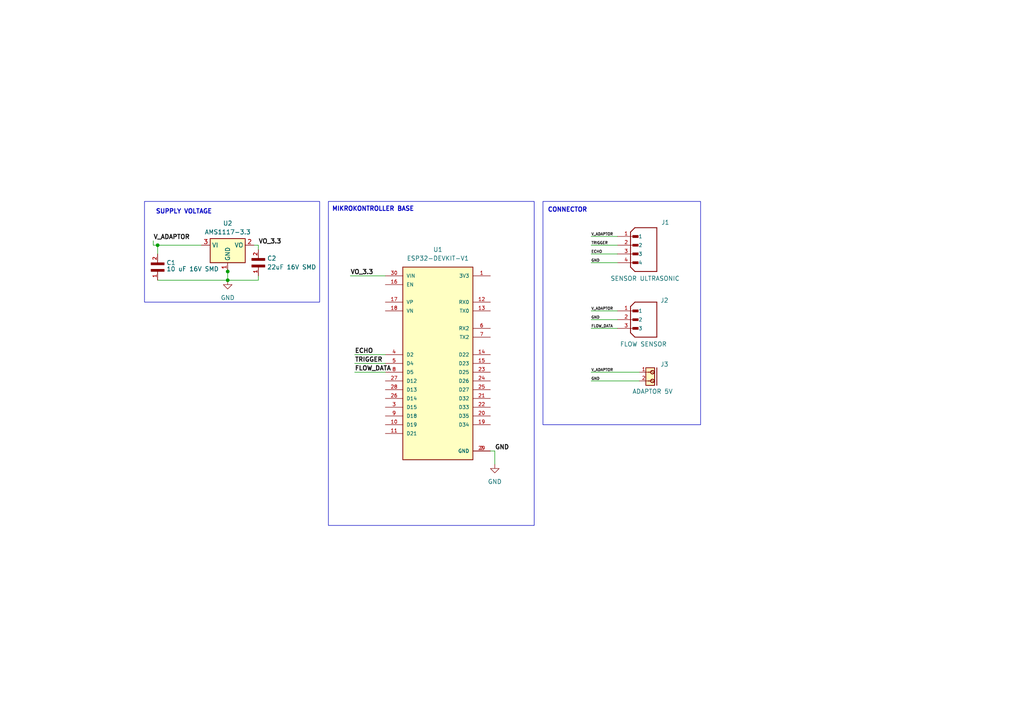
<source format=kicad_sch>
(kicad_sch
	(version 20231120)
	(generator "eeschema")
	(generator_version "8.0")
	(uuid "5fc8787c-4eb5-45bb-84a1-58213f6bdb06")
	(paper "A4")
	(lib_symbols
		(symbol "B3B-XH-A:B3B-XH-A"
			(pin_names
				(offset 1.016)
			)
			(exclude_from_sim no)
			(in_bom yes)
			(on_board yes)
			(property "Reference" "J"
				(at -2.54 6.35 0)
				(effects
					(font
						(size 1.27 1.27)
					)
					(justify left bottom)
				)
			)
			(property "Value" "B3B-XH-A"
				(at -2.54 -7.62 0)
				(effects
					(font
						(size 1.27 1.27)
					)
					(justify left bottom)
				)
			)
			(property "Footprint" "JST_B3B-XH-A"
				(at 0 0 0)
				(effects
					(font
						(size 1.27 1.27)
					)
					(justify left bottom)
					(hide yes)
				)
			)
			(property "Datasheet" ""
				(at 0 0 0)
				(effects
					(font
						(size 1.27 1.27)
					)
					(justify left bottom)
					(hide yes)
				)
			)
			(property "Description" ""
				(at 0 0 0)
				(effects
					(font
						(size 1.27 1.27)
					)
					(hide yes)
				)
			)
			(property "MF" "JST Sales"
				(at 0 0 0)
				(effects
					(font
						(size 1.27 1.27)
					)
					(justify left bottom)
					(hide yes)
				)
			)
			(property "MAXIMUM_PACKAGE_HEIGHT" "7.00 mm"
				(at 0 0 0)
				(effects
					(font
						(size 1.27 1.27)
					)
					(justify left bottom)
					(hide yes)
				)
			)
			(property "Package" "None"
				(at 0 0 0)
				(effects
					(font
						(size 1.27 1.27)
					)
					(justify left bottom)
					(hide yes)
				)
			)
			(property "Price" "None"
				(at 0 0 0)
				(effects
					(font
						(size 1.27 1.27)
					)
					(justify left bottom)
					(hide yes)
				)
			)
			(property "Check_prices" "https://www.snapeda.com/parts/B3B-XH-A/JST+Sales+America+Inc./view-part/?ref=eda"
				(at 0 0 0)
				(effects
					(font
						(size 1.27 1.27)
					)
					(justify left bottom)
					(hide yes)
				)
			)
			(property "STANDARD" "Manufacturer Recommendations"
				(at 0 0 0)
				(effects
					(font
						(size 1.27 1.27)
					)
					(justify left bottom)
					(hide yes)
				)
			)
			(property "PARTREV" "7/4/21"
				(at 0 0 0)
				(effects
					(font
						(size 1.27 1.27)
					)
					(justify left bottom)
					(hide yes)
				)
			)
			(property "SnapEDA_Link" "https://www.snapeda.com/parts/B3B-XH-A/JST+Sales+America+Inc./view-part/?ref=snap"
				(at 0 0 0)
				(effects
					(font
						(size 1.27 1.27)
					)
					(justify left bottom)
					(hide yes)
				)
			)
			(property "MP" "B3B-XH-A"
				(at 0 0 0)
				(effects
					(font
						(size 1.27 1.27)
					)
					(justify left bottom)
					(hide yes)
				)
			)
			(property "Description_1" "\\nConnector Header Through Hole 3 position 0.098 (2.50mm)\\n"
				(at 0 0 0)
				(effects
					(font
						(size 1.27 1.27)
					)
					(justify left bottom)
					(hide yes)
				)
			)
			(property "Availability" "In Stock"
				(at 0 0 0)
				(effects
					(font
						(size 1.27 1.27)
					)
					(justify left bottom)
					(hide yes)
				)
			)
			(property "MANUFACTURER" "JST Sales America Inc."
				(at 0 0 0)
				(effects
					(font
						(size 1.27 1.27)
					)
					(justify left bottom)
					(hide yes)
				)
			)
			(property "ki_locked" ""
				(at 0 0 0)
				(effects
					(font
						(size 1.27 1.27)
					)
				)
			)
			(symbol "B3B-XH-A_0_0"
				(rectangle
					(start -3.175 -2.8448)
					(end -1.5748 -2.2098)
					(stroke
						(width 0)
						(type solid)
					)
					(fill
						(type outline)
					)
				)
				(rectangle
					(start -3.175 -0.3048)
					(end -1.5748 0.3048)
					(stroke
						(width 0)
						(type solid)
					)
					(fill
						(type outline)
					)
				)
				(rectangle
					(start -3.175 2.2098)
					(end -1.5748 2.8448)
					(stroke
						(width 0)
						(type solid)
					)
					(fill
						(type outline)
					)
				)
				(polyline
					(pts
						(xy -3.81 -3.81) (xy -2.54 -5.08)
					)
					(stroke
						(width 0.254)
						(type solid)
					)
					(fill
						(type none)
					)
				)
				(polyline
					(pts
						(xy -3.81 3.81) (xy -3.81 -3.81)
					)
					(stroke
						(width 0.254)
						(type solid)
					)
					(fill
						(type none)
					)
				)
				(polyline
					(pts
						(xy -3.81 3.81) (xy -2.54 5.08)
					)
					(stroke
						(width 0.254)
						(type solid)
					)
					(fill
						(type none)
					)
				)
				(polyline
					(pts
						(xy -2.54 -5.08) (xy 3.81 -5.08)
					)
					(stroke
						(width 0.254)
						(type solid)
					)
					(fill
						(type none)
					)
				)
				(polyline
					(pts
						(xy 3.81 -5.08) (xy 3.81 5.08)
					)
					(stroke
						(width 0.254)
						(type solid)
					)
					(fill
						(type none)
					)
				)
				(polyline
					(pts
						(xy 3.81 5.08) (xy -2.54 5.08)
					)
					(stroke
						(width 0.254)
						(type solid)
					)
					(fill
						(type none)
					)
				)
				(pin passive line
					(at -7.62 2.54 0)
					(length 5.08)
					(name "1"
						(effects
							(font
								(size 1.016 1.016)
							)
						)
					)
					(number "1"
						(effects
							(font
								(size 1.016 1.016)
							)
						)
					)
				)
				(pin passive line
					(at -7.62 0 0)
					(length 5.08)
					(name "2"
						(effects
							(font
								(size 1.016 1.016)
							)
						)
					)
					(number "2"
						(effects
							(font
								(size 1.016 1.016)
							)
						)
					)
				)
				(pin passive line
					(at -7.62 -2.54 0)
					(length 5.08)
					(name "3"
						(effects
							(font
								(size 1.016 1.016)
							)
						)
					)
					(number "3"
						(effects
							(font
								(size 1.016 1.016)
							)
						)
					)
				)
			)
		)
		(symbol "Capacitor 10uf SMD:GCM31CR71C106KA64K"
			(pin_names
				(offset 1.016) hide)
			(exclude_from_sim no)
			(in_bom yes)
			(on_board yes)
			(property "Reference" "C"
				(at 0 3.81 0)
				(effects
					(font
						(size 1.27 1.27)
					)
					(justify left bottom)
				)
			)
			(property "Value" "GCM31CR71C106KA64K"
				(at 0 -5.08 0)
				(effects
					(font
						(size 1.27 1.27)
					)
					(justify left bottom)
				)
			)
			(property "Footprint" "CAPC3216X180N"
				(at 0 0 0)
				(effects
					(font
						(size 1.27 1.27)
					)
					(justify left bottom)
					(hide yes)
				)
			)
			(property "Datasheet" ""
				(at 0 0 0)
				(effects
					(font
						(size 1.27 1.27)
					)
					(justify left bottom)
					(hide yes)
				)
			)
			(property "Description" ""
				(at 0 0 0)
				(effects
					(font
						(size 1.27 1.27)
					)
					(hide yes)
				)
			)
			(property "MF" "Murata Electronics"
				(at 0 0 0)
				(effects
					(font
						(size 1.27 1.27)
					)
					(justify left bottom)
					(hide yes)
				)
			)
			(property "Description_1" "\\nCap Ceramic 10uF 16V X7R 10% Pad SMD 1206 125°C Automotive T/R\\n"
				(at 0 0 0)
				(effects
					(font
						(size 1.27 1.27)
					)
					(justify left bottom)
					(hide yes)
				)
			)
			(property "Package" "3216 Murata"
				(at 0 0 0)
				(effects
					(font
						(size 1.27 1.27)
					)
					(justify left bottom)
					(hide yes)
				)
			)
			(property "Price" "None"
				(at 0 0 0)
				(effects
					(font
						(size 1.27 1.27)
					)
					(justify left bottom)
					(hide yes)
				)
			)
			(property "SnapEDA_Link" "https://www.snapeda.com/parts/GCM31CR71C106KA64K/Murata+Electronics+North+America/view-part/?ref=snap"
				(at 0 0 0)
				(effects
					(font
						(size 1.27 1.27)
					)
					(justify left bottom)
					(hide yes)
				)
			)
			(property "MP" "GCM31CR71C106KA64K"
				(at 0 0 0)
				(effects
					(font
						(size 1.27 1.27)
					)
					(justify left bottom)
					(hide yes)
				)
			)
			(property "Availability" "In Stock"
				(at 0 0 0)
				(effects
					(font
						(size 1.27 1.27)
					)
					(justify left bottom)
					(hide yes)
				)
			)
			(property "Check_prices" "https://www.snapeda.com/parts/GCM31CR71C106KA64K/Murata+Electronics+North+America/view-part/?ref=eda"
				(at 0 0 0)
				(effects
					(font
						(size 1.27 1.27)
					)
					(justify left bottom)
					(hide yes)
				)
			)
			(property "ki_locked" ""
				(at 0 0 0)
				(effects
					(font
						(size 1.27 1.27)
					)
				)
			)
			(symbol "GCM31CR71C106KA64K_0_0"
				(rectangle
					(start 0 -1.905)
					(end 0.635 1.905)
					(stroke
						(width 0)
						(type solid)
					)
					(fill
						(type outline)
					)
				)
				(rectangle
					(start 1.905 -1.905)
					(end 2.54 1.905)
					(stroke
						(width 0)
						(type solid)
					)
					(fill
						(type outline)
					)
				)
				(pin passive line
					(at -2.54 0 0)
					(length 2.54)
					(name "~"
						(effects
							(font
								(size 1.016 1.016)
							)
						)
					)
					(number "1"
						(effects
							(font
								(size 1.016 1.016)
							)
						)
					)
				)
				(pin passive line
					(at 5.08 0 180)
					(length 2.54)
					(name "~"
						(effects
							(font
								(size 1.016 1.016)
							)
						)
					)
					(number "2"
						(effects
							(font
								(size 1.016 1.016)
							)
						)
					)
				)
			)
		)
		(symbol "Capacitor 22uf SMD:GRM32ER71C226KEA8L"
			(pin_names
				(offset 1.016) hide)
			(exclude_from_sim no)
			(in_bom yes)
			(on_board yes)
			(property "Reference" "C"
				(at 0 3.81 0)
				(effects
					(font
						(size 1.27 1.27)
					)
					(justify left bottom)
				)
			)
			(property "Value" "GRM32ER71C226KEA8L"
				(at 0 -5.08 0)
				(effects
					(font
						(size 1.27 1.27)
					)
					(justify left bottom)
				)
			)
			(property "Footprint" "CAPC3225X270N"
				(at 0 0 0)
				(effects
					(font
						(size 1.27 1.27)
					)
					(justify left bottom)
					(hide yes)
				)
			)
			(property "Datasheet" ""
				(at 0 0 0)
				(effects
					(font
						(size 1.27 1.27)
					)
					(justify left bottom)
					(hide yes)
				)
			)
			(property "Description" ""
				(at 0 0 0)
				(effects
					(font
						(size 1.27 1.27)
					)
					(hide yes)
				)
			)
			(property "MF" "Murata"
				(at 0 0 0)
				(effects
					(font
						(size 1.27 1.27)
					)
					(justify left bottom)
					(hide yes)
				)
			)
			(property "Description_1" "\\nSMD capacitor X7R(EIA) with capacitance 22uF Tol.10%. Rated voltage 16Vdc 125C\\n"
				(at 0 0 0)
				(effects
					(font
						(size 1.27 1.27)
					)
					(justify left bottom)
					(hide yes)
				)
			)
			(property "Package" "3225 Murata"
				(at 0 0 0)
				(effects
					(font
						(size 1.27 1.27)
					)
					(justify left bottom)
					(hide yes)
				)
			)
			(property "Price" "None"
				(at 0 0 0)
				(effects
					(font
						(size 1.27 1.27)
					)
					(justify left bottom)
					(hide yes)
				)
			)
			(property "SnapEDA_Link" "https://www.snapeda.com/parts/GRM32ER71C226KEA8L/Murata/view-part/?ref=snap"
				(at 0 0 0)
				(effects
					(font
						(size 1.27 1.27)
					)
					(justify left bottom)
					(hide yes)
				)
			)
			(property "MP" "GRM32ER71C226KEA8L"
				(at 0 0 0)
				(effects
					(font
						(size 1.27 1.27)
					)
					(justify left bottom)
					(hide yes)
				)
			)
			(property "Purchase-URL" "https://www.snapeda.com/api/url_track_click_mouser/?unipart_id=1797050&manufacturer=Murata&part_name=GRM32ER71C226KEA8L&search_term=22 uf"
				(at 0 0 0)
				(effects
					(font
						(size 1.27 1.27)
					)
					(justify left bottom)
					(hide yes)
				)
			)
			(property "Availability" "In Stock"
				(at 0 0 0)
				(effects
					(font
						(size 1.27 1.27)
					)
					(justify left bottom)
					(hide yes)
				)
			)
			(property "Check_prices" "https://www.snapeda.com/parts/GRM32ER71C226KEA8L/Murata/view-part/?ref=eda"
				(at 0 0 0)
				(effects
					(font
						(size 1.27 1.27)
					)
					(justify left bottom)
					(hide yes)
				)
			)
			(property "ki_locked" ""
				(at 0 0 0)
				(effects
					(font
						(size 1.27 1.27)
					)
				)
			)
			(symbol "GRM32ER71C226KEA8L_0_0"
				(rectangle
					(start 0 -1.905)
					(end 0.635 1.905)
					(stroke
						(width 0)
						(type solid)
					)
					(fill
						(type outline)
					)
				)
				(rectangle
					(start 1.905 -1.905)
					(end 2.54 1.905)
					(stroke
						(width 0)
						(type solid)
					)
					(fill
						(type outline)
					)
				)
				(pin passive line
					(at -2.54 0 0)
					(length 2.54)
					(name "~"
						(effects
							(font
								(size 1.016 1.016)
							)
						)
					)
					(number "1"
						(effects
							(font
								(size 1.016 1.016)
							)
						)
					)
				)
				(pin passive line
					(at 5.08 0 180)
					(length 2.54)
					(name "~"
						(effects
							(font
								(size 1.016 1.016)
							)
						)
					)
					(number "2"
						(effects
							(font
								(size 1.016 1.016)
							)
						)
					)
				)
			)
		)
		(symbol "Connector 4 pin jst:B4B-XH-A_LF__SN_"
			(pin_names
				(offset 1.016)
			)
			(exclude_from_sim no)
			(in_bom yes)
			(on_board yes)
			(property "Reference" "J"
				(at -2.54 6.35 0)
				(effects
					(font
						(size 1.27 1.27)
					)
					(justify left bottom)
				)
			)
			(property "Value" "B4B-XH-A_LF__SN_"
				(at -2.54 -10.16 0)
				(effects
					(font
						(size 1.27 1.27)
					)
					(justify left bottom)
				)
			)
			(property "Footprint" "JST_B4B-XH-A_LF__SN_"
				(at 0 0 0)
				(effects
					(font
						(size 1.27 1.27)
					)
					(justify left bottom)
					(hide yes)
				)
			)
			(property "Datasheet" ""
				(at 0 0 0)
				(effects
					(font
						(size 1.27 1.27)
					)
					(justify left bottom)
					(hide yes)
				)
			)
			(property "Description" ""
				(at 0 0 0)
				(effects
					(font
						(size 1.27 1.27)
					)
					(hide yes)
				)
			)
			(property "MF" "JST Sales America Inc."
				(at 0 0 0)
				(effects
					(font
						(size 1.27 1.27)
					)
					(justify left bottom)
					(hide yes)
				)
			)
			(property "MAXIMUM_PACKAGE_HEIGHT" "7.00 mm"
				(at 0 0 0)
				(effects
					(font
						(size 1.27 1.27)
					)
					(justify left bottom)
					(hide yes)
				)
			)
			(property "Package" "None"
				(at 0 0 0)
				(effects
					(font
						(size 1.27 1.27)
					)
					(justify left bottom)
					(hide yes)
				)
			)
			(property "Price" "None"
				(at 0 0 0)
				(effects
					(font
						(size 1.27 1.27)
					)
					(justify left bottom)
					(hide yes)
				)
			)
			(property "Check_prices" "https://www.snapeda.com/parts/B4B-XH-A(LF)(SN)/JST+Sales+America+Inc./view-part/?ref=eda"
				(at 0 0 0)
				(effects
					(font
						(size 1.27 1.27)
					)
					(justify left bottom)
					(hide yes)
				)
			)
			(property "STANDARD" "Manufacturer Recommendations"
				(at 0 0 0)
				(effects
					(font
						(size 1.27 1.27)
					)
					(justify left bottom)
					(hide yes)
				)
			)
			(property "PARTREV" "7/4/21"
				(at 0 0 0)
				(effects
					(font
						(size 1.27 1.27)
					)
					(justify left bottom)
					(hide yes)
				)
			)
			(property "SnapEDA_Link" "https://www.snapeda.com/parts/B4B-XH-A(LF)(SN)/JST+Sales+America+Inc./view-part/?ref=snap"
				(at 0 0 0)
				(effects
					(font
						(size 1.27 1.27)
					)
					(justify left bottom)
					(hide yes)
				)
			)
			(property "MP" "B4B-XH-A(LF)(SN)"
				(at 0 0 0)
				(effects
					(font
						(size 1.27 1.27)
					)
					(justify left bottom)
					(hide yes)
				)
			)
			(property "Purchase-URL" "https://www.snapeda.com/api/url_track_click_mouser/?unipart_id=6650679&manufacturer=JST Sales America Inc.&part_name=B4B-XH-A(LF)(SN)&search_term=None"
				(at 0 0 0)
				(effects
					(font
						(size 1.27 1.27)
					)
					(justify left bottom)
					(hide yes)
				)
			)
			(property "Description_1" "\\nConnector Header Through Hole 4 position 0.098 (2.50mm)\\n"
				(at 0 0 0)
				(effects
					(font
						(size 1.27 1.27)
					)
					(justify left bottom)
					(hide yes)
				)
			)
			(property "Availability" "In Stock"
				(at 0 0 0)
				(effects
					(font
						(size 1.27 1.27)
					)
					(justify left bottom)
					(hide yes)
				)
			)
			(property "MANUFACTURER" "JST"
				(at 0 0 0)
				(effects
					(font
						(size 1.27 1.27)
					)
					(justify left bottom)
					(hide yes)
				)
			)
			(property "ki_locked" ""
				(at 0 0 0)
				(effects
					(font
						(size 1.27 1.27)
					)
				)
			)
			(symbol "B4B-XH-A_LF__SN__0_0"
				(rectangle
					(start -3.175 -5.3848)
					(end -1.5748 -4.7498)
					(stroke
						(width 0)
						(type solid)
					)
					(fill
						(type outline)
					)
				)
				(rectangle
					(start -3.175 -2.8448)
					(end -1.5748 -2.2098)
					(stroke
						(width 0)
						(type solid)
					)
					(fill
						(type outline)
					)
				)
				(rectangle
					(start -3.175 -0.3048)
					(end -1.5748 0.3048)
					(stroke
						(width 0)
						(type solid)
					)
					(fill
						(type outline)
					)
				)
				(rectangle
					(start -3.175 2.2098)
					(end -1.5748 2.8448)
					(stroke
						(width 0)
						(type solid)
					)
					(fill
						(type outline)
					)
				)
				(polyline
					(pts
						(xy -3.81 -6.35) (xy -2.54 -7.62)
					)
					(stroke
						(width 0.254)
						(type solid)
					)
					(fill
						(type none)
					)
				)
				(polyline
					(pts
						(xy -3.81 3.81) (xy -3.81 -6.35)
					)
					(stroke
						(width 0.254)
						(type solid)
					)
					(fill
						(type none)
					)
				)
				(polyline
					(pts
						(xy -3.81 3.81) (xy -2.54 5.08)
					)
					(stroke
						(width 0.254)
						(type solid)
					)
					(fill
						(type none)
					)
				)
				(polyline
					(pts
						(xy -2.54 -7.62) (xy 3.81 -7.62)
					)
					(stroke
						(width 0.254)
						(type solid)
					)
					(fill
						(type none)
					)
				)
				(polyline
					(pts
						(xy 3.81 -7.62) (xy 3.81 5.08)
					)
					(stroke
						(width 0.254)
						(type solid)
					)
					(fill
						(type none)
					)
				)
				(polyline
					(pts
						(xy 3.81 5.08) (xy -2.54 5.08)
					)
					(stroke
						(width 0.254)
						(type solid)
					)
					(fill
						(type none)
					)
				)
				(pin passive line
					(at -7.62 2.54 0)
					(length 5.08)
					(name "1"
						(effects
							(font
								(size 1.016 1.016)
							)
						)
					)
					(number "1"
						(effects
							(font
								(size 1.016 1.016)
							)
						)
					)
				)
				(pin passive line
					(at -7.62 0 0)
					(length 5.08)
					(name "2"
						(effects
							(font
								(size 1.016 1.016)
							)
						)
					)
					(number "2"
						(effects
							(font
								(size 1.016 1.016)
							)
						)
					)
				)
				(pin passive line
					(at -7.62 -2.54 0)
					(length 5.08)
					(name "3"
						(effects
							(font
								(size 1.016 1.016)
							)
						)
					)
					(number "3"
						(effects
							(font
								(size 1.016 1.016)
							)
						)
					)
				)
				(pin passive line
					(at -7.62 -5.08 0)
					(length 5.08)
					(name "4"
						(effects
							(font
								(size 1.016 1.016)
							)
						)
					)
					(number "4"
						(effects
							(font
								(size 1.016 1.016)
							)
						)
					)
				)
			)
		)
		(symbol "ESP32-DEVKIT-V1:ESP32-DEVKIT-V1"
			(pin_names
				(offset 1.016)
			)
			(exclude_from_sim no)
			(in_bom yes)
			(on_board yes)
			(property "Reference" "U"
				(at -10.16 30.48 0)
				(effects
					(font
						(size 1.27 1.27)
					)
					(justify left bottom)
				)
			)
			(property "Value" "ESP32-DEVKIT-V1"
				(at -10.16 -30.48 0)
				(effects
					(font
						(size 1.27 1.27)
					)
					(justify left bottom)
				)
			)
			(property "Footprint" "MODULE_ESP32_DEVKIT_V1"
				(at 0 0 0)
				(effects
					(font
						(size 1.27 1.27)
					)
					(justify left bottom)
					(hide yes)
				)
			)
			(property "Datasheet" ""
				(at 0 0 0)
				(effects
					(font
						(size 1.27 1.27)
					)
					(justify left bottom)
					(hide yes)
				)
			)
			(property "Description" ""
				(at 0 0 0)
				(effects
					(font
						(size 1.27 1.27)
					)
					(hide yes)
				)
			)
			(property "MF" "Do it"
				(at 0 0 0)
				(effects
					(font
						(size 1.27 1.27)
					)
					(justify left bottom)
					(hide yes)
				)
			)
			(property "MAXIMUM_PACKAGE_HEIGHT" "6.8 mm"
				(at 0 0 0)
				(effects
					(font
						(size 1.27 1.27)
					)
					(justify left bottom)
					(hide yes)
				)
			)
			(property "Package" "None"
				(at 0 0 0)
				(effects
					(font
						(size 1.27 1.27)
					)
					(justify left bottom)
					(hide yes)
				)
			)
			(property "Price" "None"
				(at 0 0 0)
				(effects
					(font
						(size 1.27 1.27)
					)
					(justify left bottom)
					(hide yes)
				)
			)
			(property "Check_prices" "https://www.snapeda.com/parts/ESP32-DEVKIT-V1/Do+it/view-part/?ref=eda"
				(at 0 0 0)
				(effects
					(font
						(size 1.27 1.27)
					)
					(justify left bottom)
					(hide yes)
				)
			)
			(property "STANDARD" "Manufacturer Recommendations"
				(at 0 0 0)
				(effects
					(font
						(size 1.27 1.27)
					)
					(justify left bottom)
					(hide yes)
				)
			)
			(property "PARTREV" "N/A"
				(at 0 0 0)
				(effects
					(font
						(size 1.27 1.27)
					)
					(justify left bottom)
					(hide yes)
				)
			)
			(property "SnapEDA_Link" "https://www.snapeda.com/parts/ESP32-DEVKIT-V1/Do+it/view-part/?ref=snap"
				(at 0 0 0)
				(effects
					(font
						(size 1.27 1.27)
					)
					(justify left bottom)
					(hide yes)
				)
			)
			(property "MP" "ESP32-DEVKIT-V1"
				(at 0 0 0)
				(effects
					(font
						(size 1.27 1.27)
					)
					(justify left bottom)
					(hide yes)
				)
			)
			(property "Description_1" "\\nDual core, Wi-Fi: 2.4 GHz up to 150 Mbits/s,BLE (Bluetooth Low Energy) and legacy Bluetooth, 32 bits, Up to 240 MHz\\n"
				(at 0 0 0)
				(effects
					(font
						(size 1.27 1.27)
					)
					(justify left bottom)
					(hide yes)
				)
			)
			(property "Availability" "Not in stock"
				(at 0 0 0)
				(effects
					(font
						(size 1.27 1.27)
					)
					(justify left bottom)
					(hide yes)
				)
			)
			(property "MANUFACTURER" "DOIT"
				(at 0 0 0)
				(effects
					(font
						(size 1.27 1.27)
					)
					(justify left bottom)
					(hide yes)
				)
			)
			(property "ki_locked" ""
				(at 0 0 0)
				(effects
					(font
						(size 1.27 1.27)
					)
				)
			)
			(symbol "ESP32-DEVKIT-V1_0_0"
				(rectangle
					(start -10.16 -27.94)
					(end 10.16 27.94)
					(stroke
						(width 0.254)
						(type solid)
					)
					(fill
						(type background)
					)
				)
				(pin output line
					(at 15.24 25.4 180)
					(length 5.08)
					(name "3V3"
						(effects
							(font
								(size 1.016 1.016)
							)
						)
					)
					(number "1"
						(effects
							(font
								(size 1.016 1.016)
							)
						)
					)
				)
				(pin bidirectional line
					(at -15.24 -17.78 0)
					(length 5.08)
					(name "D19"
						(effects
							(font
								(size 1.016 1.016)
							)
						)
					)
					(number "10"
						(effects
							(font
								(size 1.016 1.016)
							)
						)
					)
				)
				(pin bidirectional line
					(at -15.24 -20.32 0)
					(length 5.08)
					(name "D21"
						(effects
							(font
								(size 1.016 1.016)
							)
						)
					)
					(number "11"
						(effects
							(font
								(size 1.016 1.016)
							)
						)
					)
				)
				(pin input line
					(at 15.24 17.78 180)
					(length 5.08)
					(name "RX0"
						(effects
							(font
								(size 1.016 1.016)
							)
						)
					)
					(number "12"
						(effects
							(font
								(size 1.016 1.016)
							)
						)
					)
				)
				(pin output line
					(at 15.24 15.24 180)
					(length 5.08)
					(name "TX0"
						(effects
							(font
								(size 1.016 1.016)
							)
						)
					)
					(number "13"
						(effects
							(font
								(size 1.016 1.016)
							)
						)
					)
				)
				(pin bidirectional line
					(at 15.24 2.54 180)
					(length 5.08)
					(name "D22"
						(effects
							(font
								(size 1.016 1.016)
							)
						)
					)
					(number "14"
						(effects
							(font
								(size 1.016 1.016)
							)
						)
					)
				)
				(pin bidirectional line
					(at 15.24 0 180)
					(length 5.08)
					(name "D23"
						(effects
							(font
								(size 1.016 1.016)
							)
						)
					)
					(number "15"
						(effects
							(font
								(size 1.016 1.016)
							)
						)
					)
				)
				(pin input line
					(at -15.24 22.86 0)
					(length 5.08)
					(name "EN"
						(effects
							(font
								(size 1.016 1.016)
							)
						)
					)
					(number "16"
						(effects
							(font
								(size 1.016 1.016)
							)
						)
					)
				)
				(pin bidirectional line
					(at -15.24 17.78 0)
					(length 5.08)
					(name "VP"
						(effects
							(font
								(size 1.016 1.016)
							)
						)
					)
					(number "17"
						(effects
							(font
								(size 1.016 1.016)
							)
						)
					)
				)
				(pin bidirectional line
					(at -15.24 15.24 0)
					(length 5.08)
					(name "VN"
						(effects
							(font
								(size 1.016 1.016)
							)
						)
					)
					(number "18"
						(effects
							(font
								(size 1.016 1.016)
							)
						)
					)
				)
				(pin bidirectional line
					(at 15.24 -17.78 180)
					(length 5.08)
					(name "D34"
						(effects
							(font
								(size 1.016 1.016)
							)
						)
					)
					(number "19"
						(effects
							(font
								(size 1.016 1.016)
							)
						)
					)
				)
				(pin power_in line
					(at 15.24 -25.4 180)
					(length 5.08)
					(name "GND"
						(effects
							(font
								(size 1.016 1.016)
							)
						)
					)
					(number "2"
						(effects
							(font
								(size 1.016 1.016)
							)
						)
					)
				)
				(pin bidirectional line
					(at 15.24 -15.24 180)
					(length 5.08)
					(name "D35"
						(effects
							(font
								(size 1.016 1.016)
							)
						)
					)
					(number "20"
						(effects
							(font
								(size 1.016 1.016)
							)
						)
					)
				)
				(pin bidirectional line
					(at 15.24 -10.16 180)
					(length 5.08)
					(name "D32"
						(effects
							(font
								(size 1.016 1.016)
							)
						)
					)
					(number "21"
						(effects
							(font
								(size 1.016 1.016)
							)
						)
					)
				)
				(pin bidirectional line
					(at 15.24 -12.7 180)
					(length 5.08)
					(name "D33"
						(effects
							(font
								(size 1.016 1.016)
							)
						)
					)
					(number "22"
						(effects
							(font
								(size 1.016 1.016)
							)
						)
					)
				)
				(pin bidirectional line
					(at 15.24 -2.54 180)
					(length 5.08)
					(name "D25"
						(effects
							(font
								(size 1.016 1.016)
							)
						)
					)
					(number "23"
						(effects
							(font
								(size 1.016 1.016)
							)
						)
					)
				)
				(pin bidirectional line
					(at 15.24 -5.08 180)
					(length 5.08)
					(name "D26"
						(effects
							(font
								(size 1.016 1.016)
							)
						)
					)
					(number "24"
						(effects
							(font
								(size 1.016 1.016)
							)
						)
					)
				)
				(pin bidirectional line
					(at 15.24 -7.62 180)
					(length 5.08)
					(name "D27"
						(effects
							(font
								(size 1.016 1.016)
							)
						)
					)
					(number "25"
						(effects
							(font
								(size 1.016 1.016)
							)
						)
					)
				)
				(pin bidirectional line
					(at -15.24 -10.16 0)
					(length 5.08)
					(name "D14"
						(effects
							(font
								(size 1.016 1.016)
							)
						)
					)
					(number "26"
						(effects
							(font
								(size 1.016 1.016)
							)
						)
					)
				)
				(pin bidirectional line
					(at -15.24 -5.08 0)
					(length 5.08)
					(name "D12"
						(effects
							(font
								(size 1.016 1.016)
							)
						)
					)
					(number "27"
						(effects
							(font
								(size 1.016 1.016)
							)
						)
					)
				)
				(pin bidirectional line
					(at -15.24 -7.62 0)
					(length 5.08)
					(name "D13"
						(effects
							(font
								(size 1.016 1.016)
							)
						)
					)
					(number "28"
						(effects
							(font
								(size 1.016 1.016)
							)
						)
					)
				)
				(pin power_in line
					(at 15.24 -25.4 180)
					(length 5.08)
					(name "GND"
						(effects
							(font
								(size 1.016 1.016)
							)
						)
					)
					(number "29"
						(effects
							(font
								(size 1.016 1.016)
							)
						)
					)
				)
				(pin bidirectional line
					(at -15.24 -12.7 0)
					(length 5.08)
					(name "D15"
						(effects
							(font
								(size 1.016 1.016)
							)
						)
					)
					(number "3"
						(effects
							(font
								(size 1.016 1.016)
							)
						)
					)
				)
				(pin input line
					(at -15.24 25.4 0)
					(length 5.08)
					(name "VIN"
						(effects
							(font
								(size 1.016 1.016)
							)
						)
					)
					(number "30"
						(effects
							(font
								(size 1.016 1.016)
							)
						)
					)
				)
				(pin bidirectional line
					(at -15.24 2.54 0)
					(length 5.08)
					(name "D2"
						(effects
							(font
								(size 1.016 1.016)
							)
						)
					)
					(number "4"
						(effects
							(font
								(size 1.016 1.016)
							)
						)
					)
				)
				(pin bidirectional line
					(at -15.24 0 0)
					(length 5.08)
					(name "D4"
						(effects
							(font
								(size 1.016 1.016)
							)
						)
					)
					(number "5"
						(effects
							(font
								(size 1.016 1.016)
							)
						)
					)
				)
				(pin input line
					(at 15.24 10.16 180)
					(length 5.08)
					(name "RX2"
						(effects
							(font
								(size 1.016 1.016)
							)
						)
					)
					(number "6"
						(effects
							(font
								(size 1.016 1.016)
							)
						)
					)
				)
				(pin output line
					(at 15.24 7.62 180)
					(length 5.08)
					(name "TX2"
						(effects
							(font
								(size 1.016 1.016)
							)
						)
					)
					(number "7"
						(effects
							(font
								(size 1.016 1.016)
							)
						)
					)
				)
				(pin bidirectional line
					(at -15.24 -2.54 0)
					(length 5.08)
					(name "D5"
						(effects
							(font
								(size 1.016 1.016)
							)
						)
					)
					(number "8"
						(effects
							(font
								(size 1.016 1.016)
							)
						)
					)
				)
				(pin bidirectional line
					(at -15.24 -15.24 0)
					(length 5.08)
					(name "D18"
						(effects
							(font
								(size 1.016 1.016)
							)
						)
					)
					(number "9"
						(effects
							(font
								(size 1.016 1.016)
							)
						)
					)
				)
			)
		)
		(symbol "Regulator_Linear:AMS1117-3.3"
			(exclude_from_sim no)
			(in_bom yes)
			(on_board yes)
			(property "Reference" "U"
				(at -3.81 3.175 0)
				(effects
					(font
						(size 1.27 1.27)
					)
				)
			)
			(property "Value" "AMS1117-3.3"
				(at 0 3.175 0)
				(effects
					(font
						(size 1.27 1.27)
					)
					(justify left)
				)
			)
			(property "Footprint" "Package_TO_SOT_SMD:SOT-223-3_TabPin2"
				(at 0 5.08 0)
				(effects
					(font
						(size 1.27 1.27)
					)
					(hide yes)
				)
			)
			(property "Datasheet" "http://www.advanced-monolithic.com/pdf/ds1117.pdf"
				(at 2.54 -6.35 0)
				(effects
					(font
						(size 1.27 1.27)
					)
					(hide yes)
				)
			)
			(property "Description" "1A Low Dropout regulator, positive, 3.3V fixed output, SOT-223"
				(at 0 0 0)
				(effects
					(font
						(size 1.27 1.27)
					)
					(hide yes)
				)
			)
			(property "ki_keywords" "linear regulator ldo fixed positive"
				(at 0 0 0)
				(effects
					(font
						(size 1.27 1.27)
					)
					(hide yes)
				)
			)
			(property "ki_fp_filters" "SOT?223*TabPin2*"
				(at 0 0 0)
				(effects
					(font
						(size 1.27 1.27)
					)
					(hide yes)
				)
			)
			(symbol "AMS1117-3.3_0_1"
				(rectangle
					(start -5.08 -5.08)
					(end 5.08 1.905)
					(stroke
						(width 0.254)
						(type default)
					)
					(fill
						(type background)
					)
				)
			)
			(symbol "AMS1117-3.3_1_1"
				(pin power_in line
					(at 0 -7.62 90)
					(length 2.54)
					(name "GND"
						(effects
							(font
								(size 1.27 1.27)
							)
						)
					)
					(number "1"
						(effects
							(font
								(size 1.27 1.27)
							)
						)
					)
				)
				(pin power_out line
					(at 7.62 0 180)
					(length 2.54)
					(name "VO"
						(effects
							(font
								(size 1.27 1.27)
							)
						)
					)
					(number "2"
						(effects
							(font
								(size 1.27 1.27)
							)
						)
					)
				)
				(pin power_in line
					(at -7.62 0 0)
					(length 2.54)
					(name "VI"
						(effects
							(font
								(size 1.27 1.27)
							)
						)
					)
					(number "3"
						(effects
							(font
								(size 1.27 1.27)
							)
						)
					)
				)
			)
		)
		(symbol "Terminal Blok 2 pin:691213510002"
			(pin_names
				(offset 1.016) hide)
			(exclude_from_sim no)
			(in_bom yes)
			(on_board yes)
			(property "Reference" "J"
				(at -4.8768 -0.9144 0)
				(effects
					(font
						(size 1.27 1.27)
					)
					(justify left bottom)
				)
			)
			(property "Value" "691213510002"
				(at -4.826 -2.5908 0)
				(effects
					(font
						(size 1.27 1.27)
					)
					(justify left bottom)
				)
			)
			(property "Footprint" "691213510002"
				(at 0 0 0)
				(effects
					(font
						(size 1.27 1.27)
					)
					(justify left bottom)
					(hide yes)
				)
			)
			(property "Datasheet" ""
				(at 0 0 0)
				(effects
					(font
						(size 1.27 1.27)
					)
					(justify left bottom)
					(hide yes)
				)
			)
			(property "Description" ""
				(at 0 0 0)
				(effects
					(font
						(size 1.27 1.27)
					)
					(hide yes)
				)
			)
			(property "WIRE" "14 to 30 (AWG) 2.08 to 0.0509 (mm²)"
				(at 0 0 0)
				(effects
					(font
						(size 1.27 1.27)
					)
					(justify left bottom)
					(hide yes)
				)
			)
			(property "Description_1" "\\n2 Position Wire to Board Terminal Block Horizontal with Board 0.200 (5.08mm) Through Hole\\n"
				(at 0 0 0)
				(effects
					(font
						(size 1.27 1.27)
					)
					(justify left bottom)
					(hide yes)
				)
			)
			(property "Package" "None"
				(at 0 0 0)
				(effects
					(font
						(size 1.27 1.27)
					)
					(justify left bottom)
					(hide yes)
				)
			)
			(property "Purchase-URL" "https://www.snapeda.com/api/url_track_click_mouser/?unipart_id=4479147&manufacturer=Würth Elektronik&part_name=691213510002&search_term=terminal blok 2 pin"
				(at 0 0 0)
				(effects
					(font
						(size 1.27 1.27)
					)
					(justify left bottom)
					(hide yes)
				)
			)
			(property "Price" "None"
				(at 0 0 0)
				(effects
					(font
						(size 1.27 1.27)
					)
					(justify left bottom)
					(hide yes)
				)
			)
			(property "IR-VDE" "14A"
				(at 0 0 0)
				(effects
					(font
						(size 1.27 1.27)
					)
					(justify left bottom)
					(hide yes)
				)
			)
			(property "IR-UL" "14A"
				(at 0 0 0)
				(effects
					(font
						(size 1.27 1.27)
					)
					(justify left bottom)
					(hide yes)
				)
			)
			(property "SnapEDA_Link" "https://www.snapeda.com/parts/691213510002/Wurth+Elektronik/view-part/?ref=snap"
				(at 0 0 0)
				(effects
					(font
						(size 1.27 1.27)
					)
					(justify left bottom)
					(hide yes)
				)
			)
			(property "WORKING-VOLTAGE-UL" "300V (AC)"
				(at 0 0 0)
				(effects
					(font
						(size 1.27 1.27)
					)
					(justify left bottom)
					(hide yes)
				)
			)
			(property "PART-NUMBER" "691213510002"
				(at 0 0 0)
				(effects
					(font
						(size 1.27 1.27)
					)
					(justify left bottom)
					(hide yes)
				)
			)
			(property "MF" "Würth Elektronik"
				(at 0 0 0)
				(effects
					(font
						(size 1.27 1.27)
					)
					(justify left bottom)
					(hide yes)
				)
			)
			(property "MP" "691213510002"
				(at 0 0 0)
				(effects
					(font
						(size 1.27 1.27)
					)
					(justify left bottom)
					(hide yes)
				)
			)
			(property "PITCH" "5.08mm"
				(at 0 0 0)
				(effects
					(font
						(size 1.27 1.27)
					)
					(justify left bottom)
					(hide yes)
				)
			)
			(property "PINS" "2"
				(at 0 0 0)
				(effects
					(font
						(size 1.27 1.27)
					)
					(justify left bottom)
					(hide yes)
				)
			)
			(property "WORKING-VOLTAGE-VDE" "250V (AC)"
				(at 0 0 0)
				(effects
					(font
						(size 1.27 1.27)
					)
					(justify left bottom)
					(hide yes)
				)
			)
			(property "TYPE" "Horizontal"
				(at 0 0 0)
				(effects
					(font
						(size 1.27 1.27)
					)
					(justify left bottom)
					(hide yes)
				)
			)
			(property "Availability" "In Stock"
				(at 0 0 0)
				(effects
					(font
						(size 1.27 1.27)
					)
					(justify left bottom)
					(hide yes)
				)
			)
			(property "Check_prices" "https://www.snapeda.com/parts/691213510002/Wurth+Elektronik/view-part/?ref=eda"
				(at 0 0 0)
				(effects
					(font
						(size 1.27 1.27)
					)
					(justify left bottom)
					(hide yes)
				)
			)
			(property "ki_locked" ""
				(at 0 0 0)
				(effects
					(font
						(size 1.27 1.27)
					)
				)
			)
			(symbol "691213510002_0_0"
				(rectangle
					(start -3.81 -3.175)
					(end 1.27 -0.635)
					(stroke
						(width 0.254)
						(type solid)
					)
					(fill
						(type background)
					)
				)
				(circle
					(center -2.54 -1.27)
					(radius 0.508)
					(stroke
						(width 0.254)
						(type solid)
					)
					(fill
						(type none)
					)
				)
				(circle
					(center 0 -1.27)
					(radius 0.508)
					(stroke
						(width 0.254)
						(type solid)
					)
					(fill
						(type none)
					)
				)
				(polyline
					(pts
						(xy -3.81 0) (xy 1.27 0)
					)
					(stroke
						(width 0.254)
						(type solid)
					)
					(fill
						(type none)
					)
				)
				(polyline
					(pts
						(xy -2.54 -1.778) (xy -2.54 -2.54)
					)
					(stroke
						(width 0.254)
						(type solid)
					)
					(fill
						(type none)
					)
				)
				(polyline
					(pts
						(xy -2.286 -1.016) (xy -2.794 -1.524)
					)
					(stroke
						(width 0.1524)
						(type solid)
					)
					(fill
						(type none)
					)
				)
				(polyline
					(pts
						(xy 0 -1.778) (xy 0 -2.54)
					)
					(stroke
						(width 0.254)
						(type solid)
					)
					(fill
						(type none)
					)
				)
				(polyline
					(pts
						(xy 0.254 -1.016) (xy -0.254 -1.524)
					)
					(stroke
						(width 0.1524)
						(type solid)
					)
					(fill
						(type none)
					)
				)
				(pin passive line
					(at -2.54 -5.08 90)
					(length 2.54)
					(name "~"
						(effects
							(font
								(size 1.016 1.016)
							)
						)
					)
					(number "1"
						(effects
							(font
								(size 1.016 1.016)
							)
						)
					)
				)
				(pin passive line
					(at 0 -5.08 90)
					(length 2.54)
					(name "~"
						(effects
							(font
								(size 1.016 1.016)
							)
						)
					)
					(number "2"
						(effects
							(font
								(size 1.016 1.016)
							)
						)
					)
				)
			)
		)
		(symbol "power:GND"
			(power)
			(pin_numbers hide)
			(pin_names
				(offset 0) hide)
			(exclude_from_sim no)
			(in_bom yes)
			(on_board yes)
			(property "Reference" "#PWR"
				(at 0 -6.35 0)
				(effects
					(font
						(size 1.27 1.27)
					)
					(hide yes)
				)
			)
			(property "Value" "GND"
				(at 0 -3.81 0)
				(effects
					(font
						(size 1.27 1.27)
					)
				)
			)
			(property "Footprint" ""
				(at 0 0 0)
				(effects
					(font
						(size 1.27 1.27)
					)
					(hide yes)
				)
			)
			(property "Datasheet" ""
				(at 0 0 0)
				(effects
					(font
						(size 1.27 1.27)
					)
					(hide yes)
				)
			)
			(property "Description" "Power symbol creates a global label with name \"GND\" , ground"
				(at 0 0 0)
				(effects
					(font
						(size 1.27 1.27)
					)
					(hide yes)
				)
			)
			(property "ki_keywords" "global power"
				(at 0 0 0)
				(effects
					(font
						(size 1.27 1.27)
					)
					(hide yes)
				)
			)
			(symbol "GND_0_1"
				(polyline
					(pts
						(xy 0 0) (xy 0 -1.27) (xy 1.27 -1.27) (xy 0 -2.54) (xy -1.27 -1.27) (xy 0 -1.27)
					)
					(stroke
						(width 0)
						(type default)
					)
					(fill
						(type none)
					)
				)
			)
			(symbol "GND_1_1"
				(pin power_in line
					(at 0 0 270)
					(length 0)
					(name "~"
						(effects
							(font
								(size 1.27 1.27)
							)
						)
					)
					(number "1"
						(effects
							(font
								(size 1.27 1.27)
							)
						)
					)
				)
			)
		)
	)
	(junction
		(at 66.04 78.74)
		(diameter 0)
		(color 0 0 0 0)
		(uuid "32bea06f-ad6d-4ea0-a926-6fa4983e38e0")
	)
	(junction
		(at 45.72 71.12)
		(diameter 0)
		(color 0 0 0 0)
		(uuid "89d0ef5b-41b7-4358-a7e4-478ed8306f22")
	)
	(junction
		(at 66.04 81.28)
		(diameter 0)
		(color 0 0 0 0)
		(uuid "be50ceb1-92ef-4ada-b89b-0a4e3bf1f1f6")
	)
	(wire
		(pts
			(xy 45.72 71.12) (xy 58.42 71.12)
		)
		(stroke
			(width 0)
			(type default)
		)
		(uuid "02b78d0d-7867-48ef-b895-d449bceef477")
	)
	(wire
		(pts
			(xy 171.45 92.71) (xy 179.07 92.71)
		)
		(stroke
			(width 0)
			(type default)
		)
		(uuid "1b533c83-24dd-4e97-b768-939a1734744a")
	)
	(wire
		(pts
			(xy 171.45 107.95) (xy 185.42 107.95)
		)
		(stroke
			(width 0)
			(type default)
		)
		(uuid "252d7b65-a3a2-41a2-ac2b-7a6c18201864")
	)
	(wire
		(pts
			(xy 171.45 71.12) (xy 179.07 71.12)
		)
		(stroke
			(width 0)
			(type default)
		)
		(uuid "2b2105cc-fcb2-4a63-bd19-c7d5c4410e34")
	)
	(wire
		(pts
			(xy 74.93 80.01) (xy 74.93 81.28)
		)
		(stroke
			(width 0)
			(type default)
		)
		(uuid "2b4fb99d-6508-49b5-bed4-f121d9de3afc")
	)
	(wire
		(pts
			(xy 171.45 110.49) (xy 185.42 110.49)
		)
		(stroke
			(width 0)
			(type default)
		)
		(uuid "343bf947-c52b-4026-9d75-815566d11001")
	)
	(wire
		(pts
			(xy 102.87 102.87) (xy 111.76 102.87)
		)
		(stroke
			(width 0)
			(type default)
		)
		(uuid "34827c15-d68b-4597-a1f0-09234de70f5f")
	)
	(wire
		(pts
			(xy 171.45 95.25) (xy 179.07 95.25)
		)
		(stroke
			(width 0)
			(type default)
		)
		(uuid "3d66b2a4-8772-4665-a02f-823ad0624a56")
	)
	(wire
		(pts
			(xy 66.04 81.28) (xy 74.93 81.28)
		)
		(stroke
			(width 0)
			(type default)
		)
		(uuid "3efe6103-631c-409e-9e8c-ee5319918a54")
	)
	(wire
		(pts
			(xy 171.45 76.2) (xy 179.07 76.2)
		)
		(stroke
			(width 0)
			(type default)
		)
		(uuid "42a8526f-7ec5-4e97-b668-62ac16669461")
	)
	(wire
		(pts
			(xy 101.6 80.01) (xy 111.76 80.01)
		)
		(stroke
			(width 0)
			(type default)
		)
		(uuid "490a6370-afde-46df-a063-62cb587f7734")
	)
	(wire
		(pts
			(xy 44.45 69.85) (xy 44.45 71.12)
		)
		(stroke
			(width 0)
			(type default)
		)
		(uuid "5623986f-659e-407d-b613-2a02a51974d3")
	)
	(wire
		(pts
			(xy 102.87 105.41) (xy 111.76 105.41)
		)
		(stroke
			(width 0)
			(type default)
		)
		(uuid "6214804b-b2d8-4fd6-9627-675b7280c65b")
	)
	(wire
		(pts
			(xy 66.04 78.74) (xy 66.04 81.28)
		)
		(stroke
			(width 0)
			(type default)
		)
		(uuid "6dba6bc2-6c00-4b86-9658-d1b848703445")
	)
	(wire
		(pts
			(xy 143.51 130.81) (xy 143.51 134.62)
		)
		(stroke
			(width 0)
			(type default)
		)
		(uuid "7ffc35ca-12e0-4771-995e-66c8e13404e3")
	)
	(wire
		(pts
			(xy 171.45 68.58) (xy 179.07 68.58)
		)
		(stroke
			(width 0)
			(type default)
		)
		(uuid "881786b5-92fb-4374-b36c-c0097f01e177")
	)
	(wire
		(pts
			(xy 171.45 73.66) (xy 179.07 73.66)
		)
		(stroke
			(width 0)
			(type default)
		)
		(uuid "8ee50610-6be6-467b-9c99-722318b7b237")
	)
	(wire
		(pts
			(xy 44.45 71.12) (xy 45.72 71.12)
		)
		(stroke
			(width 0)
			(type default)
		)
		(uuid "9244bcba-63f3-45ec-9ce8-4b16924685c4")
	)
	(wire
		(pts
			(xy 45.72 81.28) (xy 66.04 81.28)
		)
		(stroke
			(width 0)
			(type default)
		)
		(uuid "9502ee8c-c401-4c57-bec4-b1f06d2b3692")
	)
	(wire
		(pts
			(xy 102.87 107.95) (xy 111.76 107.95)
		)
		(stroke
			(width 0)
			(type default)
		)
		(uuid "9d2dde87-f665-41bc-ac66-2411416f268e")
	)
	(wire
		(pts
			(xy 74.93 71.12) (xy 74.93 72.39)
		)
		(stroke
			(width 0)
			(type default)
		)
		(uuid "b5216ee5-268b-42d2-82d2-e4c015434276")
	)
	(wire
		(pts
			(xy 66.04 77.47) (xy 66.04 78.74)
		)
		(stroke
			(width 0)
			(type default)
		)
		(uuid "b6e15b3a-a03a-4b81-8e29-2a86c444ed6c")
	)
	(wire
		(pts
			(xy 171.45 90.17) (xy 179.07 90.17)
		)
		(stroke
			(width 0)
			(type default)
		)
		(uuid "c00ae9f6-ce34-4946-bb47-e790fd584a92")
	)
	(wire
		(pts
			(xy 45.72 73.66) (xy 45.72 71.12)
		)
		(stroke
			(width 0)
			(type default)
		)
		(uuid "c549e8b3-9c62-4477-a11c-20c036e804e9")
	)
	(wire
		(pts
			(xy 143.51 130.81) (xy 142.24 130.81)
		)
		(stroke
			(width 0)
			(type default)
		)
		(uuid "d818e700-dcc5-4d98-9b3f-e07c380f2f0f")
	)
	(wire
		(pts
			(xy 73.66 71.12) (xy 74.93 71.12)
		)
		(stroke
			(width 0)
			(type default)
		)
		(uuid "dd4a40f0-3933-417b-b308-7e0e594deee4")
	)
	(rectangle
		(start 157.48 58.42)
		(end 203.2 123.19)
		(stroke
			(width 0)
			(type default)
		)
		(fill
			(type none)
		)
		(uuid 65d7d8c2-e377-495d-8f3f-7de19f66c93e)
	)
	(rectangle
		(start 95.25 58.42)
		(end 154.94 152.4)
		(stroke
			(width 0)
			(type default)
		)
		(fill
			(type none)
		)
		(uuid 96a57563-a3b6-41ff-8c73-7469fea364a4)
	)
	(rectangle
		(start 41.91 58.42)
		(end 92.71 87.63)
		(stroke
			(width 0)
			(type default)
		)
		(fill
			(type none)
		)
		(uuid 9a7469a7-a1db-44c7-bbad-74f0d7479c09)
	)
	(text "CONNECTOR\n"
		(exclude_from_sim no)
		(at 164.592 60.96 0)
		(effects
			(font
				(size 1.27 1.27)
				(bold yes)
			)
		)
		(uuid "07508f1f-c792-4c4f-83d1-e970e30afd6c")
	)
	(text "SUPPLY VOLTAGE\n"
		(exclude_from_sim no)
		(at 53.34 61.468 0)
		(effects
			(font
				(size 1.27 1.27)
				(thickness 0.254)
				(bold yes)
			)
		)
		(uuid "243acea9-1b6e-4011-9b5d-8d30d8b09e54")
	)
	(text "MIKROKONTROLLER BASE\n"
		(exclude_from_sim no)
		(at 108.204 60.706 0)
		(effects
			(font
				(size 1.27 1.27)
				(bold yes)
			)
		)
		(uuid "73720cd5-3686-46e0-b428-83e1d3e8c2fc")
	)
	(label "V_ADAPTOR"
		(at 171.45 68.58 0)
		(fields_autoplaced yes)
		(effects
			(font
				(size 0.762 0.762)
				(bold yes)
			)
			(justify left bottom)
		)
		(uuid "049032fc-1149-41d0-bda9-1bb965a441d9")
	)
	(label "GND"
		(at 171.45 92.71 0)
		(fields_autoplaced yes)
		(effects
			(font
				(size 0.762 0.762)
				(bold yes)
			)
			(justify left bottom)
		)
		(uuid "0f30c5c7-6dbe-485c-bfe8-fbacbbe05828")
	)
	(label "FLOW_DATA"
		(at 171.45 95.25 0)
		(fields_autoplaced yes)
		(effects
			(font
				(size 0.762 0.762)
				(bold yes)
			)
			(justify left bottom)
		)
		(uuid "28f2a4e3-1133-4759-a450-7ddf91bbe530")
	)
	(label "TRIGGER"
		(at 171.45 71.12 0)
		(fields_autoplaced yes)
		(effects
			(font
				(size 0.762 0.762)
				(bold yes)
			)
			(justify left bottom)
		)
		(uuid "38862656-706c-4057-bbef-5a005f967021")
	)
	(label "GND"
		(at 143.51 130.81 0)
		(fields_autoplaced yes)
		(effects
			(font
				(size 1.27 1.27)
				(bold yes)
			)
			(justify left bottom)
		)
		(uuid "4109e490-0e83-4d34-8ddb-62877feae282")
	)
	(label "VO_3.3"
		(at 74.93 71.12 0)
		(fields_autoplaced yes)
		(effects
			(font
				(size 1.27 1.27)
				(thickness 0.254)
				(bold yes)
			)
			(justify left bottom)
		)
		(uuid "42d673b0-b7b1-4dcb-94a5-7b83ba887507")
	)
	(label "ECHO"
		(at 171.45 73.66 0)
		(fields_autoplaced yes)
		(effects
			(font
				(size 0.762 0.762)
				(bold yes)
			)
			(justify left bottom)
		)
		(uuid "4adb294d-5256-4297-bbd6-e019648109fe")
	)
	(label "V_ADAPTOR"
		(at 171.45 90.17 0)
		(fields_autoplaced yes)
		(effects
			(font
				(size 0.762 0.762)
				(bold yes)
			)
			(justify left bottom)
		)
		(uuid "4eea6de3-c238-45cb-be9d-0ef796e6d6e2")
	)
	(label "V_ADAPTOR"
		(at 44.45 69.85 0)
		(fields_autoplaced yes)
		(effects
			(font
				(size 1.27 1.27)
				(thickness 0.254)
				(bold yes)
			)
			(justify left bottom)
		)
		(uuid "5b2668a5-095d-4760-bcc3-10bbef7853f6")
	)
	(label "GND"
		(at 171.45 76.2 0)
		(fields_autoplaced yes)
		(effects
			(font
				(size 0.762 0.762)
				(bold yes)
			)
			(justify left bottom)
		)
		(uuid "71f8c221-7fc9-4fc4-962e-6390e7f36a5f")
	)
	(label "ECHO"
		(at 102.87 102.87 0)
		(fields_autoplaced yes)
		(effects
			(font
				(size 1.27 1.27)
				(bold yes)
			)
			(justify left bottom)
		)
		(uuid "7658d1b3-0351-4693-a0bb-96bd35a727da")
	)
	(label "FLOW_DATA"
		(at 102.87 107.95 0)
		(fields_autoplaced yes)
		(effects
			(font
				(size 1.27 1.27)
				(bold yes)
			)
			(justify left bottom)
		)
		(uuid "84fcc309-0165-4f56-808e-6e6db2a8d10e")
	)
	(label "GND"
		(at 171.45 110.49 0)
		(fields_autoplaced yes)
		(effects
			(font
				(size 0.762 0.762)
				(bold yes)
			)
			(justify left bottom)
		)
		(uuid "8a65bc8a-78da-4310-8e70-a83674368173")
	)
	(label "VO_3.3"
		(at 101.6 80.01 0)
		(fields_autoplaced yes)
		(effects
			(font
				(size 1.27 1.27)
				(bold yes)
			)
			(justify left bottom)
		)
		(uuid "b7385513-1940-4455-8914-3b36ed6b24c1")
	)
	(label "V_ADAPTOR"
		(at 171.45 107.95 0)
		(fields_autoplaced yes)
		(effects
			(font
				(size 0.762 0.762)
				(bold yes)
			)
			(justify left bottom)
		)
		(uuid "d2c02835-f823-4bb9-a101-eea6559bd6e6")
	)
	(label "TRIGGER"
		(at 102.87 105.41 0)
		(fields_autoplaced yes)
		(effects
			(font
				(size 1.27 1.27)
				(bold yes)
			)
			(justify left bottom)
		)
		(uuid "dbe95554-c3e5-49d2-9906-87a45fb96a8a")
	)
	(symbol
		(lib_id "Capacitor 10uf SMD:GCM31CR71C106KA64K")
		(at 45.72 78.74 90)
		(unit 1)
		(exclude_from_sim no)
		(in_bom yes)
		(on_board yes)
		(dnp no)
		(fields_autoplaced yes)
		(uuid "08fff06d-2972-492d-acc2-1b1dbcea8df1")
		(property "Reference" "C1"
			(at 48.26 76.1999 90)
			(effects
				(font
					(size 1.27 1.27)
				)
				(justify right)
			)
		)
		(property "Value" "10 uF 16V SMD"
			(at 48.26 78.7399 90)
			(effects
				(font
					(size 1.27 1.27)
				)
				(justify right top)
			)
		)
		(property "Footprint" "GCM31CR71C106KA64K:CAPC3216X180N"
			(at 45.72 78.74 0)
			(effects
				(font
					(size 1.27 1.27)
				)
				(justify left bottom)
				(hide yes)
			)
		)
		(property "Datasheet" ""
			(at 45.72 78.74 0)
			(effects
				(font
					(size 1.27 1.27)
				)
				(justify left bottom)
				(hide yes)
			)
		)
		(property "Description" ""
			(at 45.72 78.74 0)
			(effects
				(font
					(size 1.27 1.27)
				)
				(hide yes)
			)
		)
		(property "MF" "Murata Electronics"
			(at 45.72 78.74 0)
			(effects
				(font
					(size 1.27 1.27)
				)
				(justify left bottom)
				(hide yes)
			)
		)
		(property "Description_1" "\\nCap Ceramic 10uF 16V X7R 10% Pad SMD 1206 125°C Automotive T/R\\n"
			(at 45.72 78.74 0)
			(effects
				(font
					(size 1.27 1.27)
				)
				(justify left bottom)
				(hide yes)
			)
		)
		(property "Package" "3216 Murata"
			(at 45.72 78.74 0)
			(effects
				(font
					(size 1.27 1.27)
				)
				(justify left bottom)
				(hide yes)
			)
		)
		(property "Price" "None"
			(at 45.72 78.74 0)
			(effects
				(font
					(size 1.27 1.27)
				)
				(justify left bottom)
				(hide yes)
			)
		)
		(property "SnapEDA_Link" "https://www.snapeda.com/parts/GCM31CR71C106KA64K/Murata+Electronics+North+America/view-part/?ref=snap"
			(at 45.72 78.74 0)
			(effects
				(font
					(size 1.27 1.27)
				)
				(justify left bottom)
				(hide yes)
			)
		)
		(property "MP" "GCM31CR71C106KA64K"
			(at 45.72 78.74 0)
			(effects
				(font
					(size 1.27 1.27)
				)
				(justify left bottom)
				(hide yes)
			)
		)
		(property "Availability" "In Stock"
			(at 45.72 78.74 0)
			(effects
				(font
					(size 1.27 1.27)
				)
				(justify left bottom)
				(hide yes)
			)
		)
		(property "Check_prices" "https://www.snapeda.com/parts/GCM31CR71C106KA64K/Murata+Electronics+North+America/view-part/?ref=eda"
			(at 45.72 78.74 0)
			(effects
				(font
					(size 1.27 1.27)
				)
				(justify left bottom)
				(hide yes)
			)
		)
		(pin "1"
			(uuid "51bd6453-91de-4230-b96f-b5ba275817df")
		)
		(pin "2"
			(uuid "86021227-03f5-4d19-9af5-7c2469a04ead")
		)
		(instances
			(project ""
				(path "/5fc8787c-4eb5-45bb-84a1-58213f6bdb06"
					(reference "C1")
					(unit 1)
				)
			)
		)
	)
	(symbol
		(lib_id "ESP32-DEVKIT-V1:ESP32-DEVKIT-V1")
		(at 127 105.41 0)
		(unit 1)
		(exclude_from_sim no)
		(in_bom yes)
		(on_board yes)
		(dnp no)
		(fields_autoplaced yes)
		(uuid "1510a87d-6a03-4cce-8cbb-433e467af638")
		(property "Reference" "U1"
			(at 127 72.39 0)
			(effects
				(font
					(size 1.27 1.27)
				)
			)
		)
		(property "Value" "ESP32-DEVKIT-V1"
			(at 127 74.93 0)
			(effects
				(font
					(size 1.27 1.27)
				)
			)
		)
		(property "Footprint" "ESP32-DEVKIT-V1_2:MODULE_ESP32_DEVKIT_V1"
			(at 127 105.41 0)
			(effects
				(font
					(size 1.27 1.27)
				)
				(justify left bottom)
				(hide yes)
			)
		)
		(property "Datasheet" ""
			(at 127 105.41 0)
			(effects
				(font
					(size 1.27 1.27)
				)
				(justify left bottom)
				(hide yes)
			)
		)
		(property "Description" ""
			(at 127 105.41 0)
			(effects
				(font
					(size 1.27 1.27)
				)
				(hide yes)
			)
		)
		(property "MF" "Do it"
			(at 127 105.41 0)
			(effects
				(font
					(size 1.27 1.27)
				)
				(justify left bottom)
				(hide yes)
			)
		)
		(property "MAXIMUM_PACKAGE_HEIGHT" "6.8 mm"
			(at 127 105.41 0)
			(effects
				(font
					(size 1.27 1.27)
				)
				(justify left bottom)
				(hide yes)
			)
		)
		(property "Package" "None"
			(at 127 105.41 0)
			(effects
				(font
					(size 1.27 1.27)
				)
				(justify left bottom)
				(hide yes)
			)
		)
		(property "Price" "None"
			(at 127 105.41 0)
			(effects
				(font
					(size 1.27 1.27)
				)
				(justify left bottom)
				(hide yes)
			)
		)
		(property "Check_prices" "https://www.snapeda.com/parts/ESP32-DEVKIT-V1/Do+it/view-part/?ref=eda"
			(at 127 105.41 0)
			(effects
				(font
					(size 1.27 1.27)
				)
				(justify left bottom)
				(hide yes)
			)
		)
		(property "STANDARD" "Manufacturer Recommendations"
			(at 127 105.41 0)
			(effects
				(font
					(size 1.27 1.27)
				)
				(justify left bottom)
				(hide yes)
			)
		)
		(property "PARTREV" "N/A"
			(at 127 105.41 0)
			(effects
				(font
					(size 1.27 1.27)
				)
				(justify left bottom)
				(hide yes)
			)
		)
		(property "SnapEDA_Link" "https://www.snapeda.com/parts/ESP32-DEVKIT-V1/Do+it/view-part/?ref=snap"
			(at 127 105.41 0)
			(effects
				(font
					(size 1.27 1.27)
				)
				(justify left bottom)
				(hide yes)
			)
		)
		(property "MP" "ESP32-DEVKIT-V1"
			(at 127 105.41 0)
			(effects
				(font
					(size 1.27 1.27)
				)
				(justify left bottom)
				(hide yes)
			)
		)
		(property "Description_1" "\\nDual core, Wi-Fi: 2.4 GHz up to 150 Mbits/s,BLE (Bluetooth Low Energy) and legacy Bluetooth, 32 bits, Up to 240 MHz\\n"
			(at 127 105.41 0)
			(effects
				(font
					(size 1.27 1.27)
				)
				(justify left bottom)
				(hide yes)
			)
		)
		(property "Availability" "Not in stock"
			(at 127 105.41 0)
			(effects
				(font
					(size 1.27 1.27)
				)
				(justify left bottom)
				(hide yes)
			)
		)
		(property "MANUFACTURER" "DOIT"
			(at 127 105.41 0)
			(effects
				(font
					(size 1.27 1.27)
				)
				(justify left bottom)
				(hide yes)
			)
		)
		(pin "25"
			(uuid "36b1d77d-2e7c-4f8f-ba73-abc3fd0dab1a")
		)
		(pin "9"
			(uuid "b77b2ccd-e518-4f8f-aee9-04aee0f53d2b")
		)
		(pin "30"
			(uuid "f76f1eb2-47dd-4ec7-8193-dd3068f49009")
		)
		(pin "13"
			(uuid "8375a4ff-0e5b-4e99-9ef6-7aeddeef9d81")
		)
		(pin "17"
			(uuid "a2e6613c-67aa-4d49-9ed3-03a9f1b58374")
		)
		(pin "4"
			(uuid "198f55e8-2ca0-4109-a941-51a5c812e1f7")
		)
		(pin "14"
			(uuid "d2edcaee-1915-421f-9eee-355cd3c7843e")
		)
		(pin "28"
			(uuid "09333566-f801-45d9-8da2-1e5aacec92cb")
		)
		(pin "5"
			(uuid "7424b353-f1c3-4fb5-8bee-fa2a7089d15d")
		)
		(pin "15"
			(uuid "193d8284-5f63-4343-aab1-e1e22b72dc2e")
		)
		(pin "23"
			(uuid "87b94792-2366-4086-bec3-6965980eaf94")
		)
		(pin "6"
			(uuid "0ebf4182-f1f8-4144-8533-7b488bca3538")
		)
		(pin "7"
			(uuid "ce47c9f4-bb2a-4f82-bc73-deddd9d7c7d3")
		)
		(pin "24"
			(uuid "90bcfa48-e58f-4e07-850d-36e395d8f45a")
		)
		(pin "3"
			(uuid "515963e5-75b5-4ae2-84f1-bb7375f7361c")
		)
		(pin "2"
			(uuid "dbd85c3f-673f-4c5c-83e8-db80b928a2a8")
		)
		(pin "22"
			(uuid "0a29837a-c53a-43f6-8028-eaed8aac5388")
		)
		(pin "20"
			(uuid "e9f3847f-d4ff-4f4d-b1eb-8356b895a102")
		)
		(pin "29"
			(uuid "36a99185-2503-40b6-b032-22d9eae28028")
		)
		(pin "21"
			(uuid "ae08ef30-3364-4089-ab5d-02bcf4845b54")
		)
		(pin "26"
			(uuid "b84e6422-dae9-4620-a3c0-3a1fba2deb44")
		)
		(pin "10"
			(uuid "7e21cff7-8edd-4f8e-8f66-8e4667f3645e")
		)
		(pin "19"
			(uuid "95c9782b-7d18-4c32-a642-fd2cf2f883bc")
		)
		(pin "11"
			(uuid "1d175814-143c-45ed-9766-86098e837a39")
		)
		(pin "27"
			(uuid "25e2ba1f-183f-4ddd-a438-bf95bb620e6c")
		)
		(pin "8"
			(uuid "b9db86a7-07e4-4697-97c9-d2eb10686d05")
		)
		(pin "16"
			(uuid "0c5f7416-54ea-4116-90ce-ba2fda3a6c06")
		)
		(pin "12"
			(uuid "73164c12-4ed8-44a0-b8b7-b29fca554568")
		)
		(pin "1"
			(uuid "b3716f37-434b-479c-bc97-52bad98d6597")
		)
		(pin "18"
			(uuid "e1295b6f-7e21-4886-824c-d922f9f4886d")
		)
		(instances
			(project ""
				(path "/5fc8787c-4eb5-45bb-84a1-58213f6bdb06"
					(reference "U1")
					(unit 1)
				)
			)
		)
	)
	(symbol
		(lib_id "Capacitor 22uf SMD:GRM32ER71C226KEA8L")
		(at 74.93 77.47 90)
		(unit 1)
		(exclude_from_sim no)
		(in_bom yes)
		(on_board yes)
		(dnp no)
		(fields_autoplaced yes)
		(uuid "186fbbba-c0f9-410c-9f2c-d3a3da42f8bd")
		(property "Reference" "C2"
			(at 77.47 74.9299 90)
			(effects
				(font
					(size 1.27 1.27)
				)
				(justify right)
			)
		)
		(property "Value" "22uF 16V SMD"
			(at 77.47 77.4699 90)
			(effects
				(font
					(size 1.27 1.27)
				)
				(justify right)
			)
		)
		(property "Footprint" "GRM32ER71C226KEA8L:CAPC3225X270N"
			(at 74.93 77.47 0)
			(effects
				(font
					(size 1.27 1.27)
				)
				(justify left bottom)
				(hide yes)
			)
		)
		(property "Datasheet" ""
			(at 74.93 77.47 0)
			(effects
				(font
					(size 1.27 1.27)
				)
				(justify left bottom)
				(hide yes)
			)
		)
		(property "Description" ""
			(at 74.93 77.47 0)
			(effects
				(font
					(size 1.27 1.27)
				)
				(hide yes)
			)
		)
		(property "MF" "Murata"
			(at 74.93 77.47 0)
			(effects
				(font
					(size 1.27 1.27)
				)
				(justify left bottom)
				(hide yes)
			)
		)
		(property "Description_1" "\\nSMD capacitor X7R(EIA) with capacitance 22uF Tol.10%. Rated voltage 16Vdc 125C\\n"
			(at 74.93 77.47 0)
			(effects
				(font
					(size 1.27 1.27)
				)
				(justify left bottom)
				(hide yes)
			)
		)
		(property "Package" "3225 Murata"
			(at 74.93 77.47 0)
			(effects
				(font
					(size 1.27 1.27)
				)
				(justify left bottom)
				(hide yes)
			)
		)
		(property "Price" "None"
			(at 74.93 77.47 0)
			(effects
				(font
					(size 1.27 1.27)
				)
				(justify left bottom)
				(hide yes)
			)
		)
		(property "SnapEDA_Link" "https://www.snapeda.com/parts/GRM32ER71C226KEA8L/Murata/view-part/?ref=snap"
			(at 74.93 77.47 0)
			(effects
				(font
					(size 1.27 1.27)
				)
				(justify left bottom)
				(hide yes)
			)
		)
		(property "MP" "GRM32ER71C226KEA8L"
			(at 74.93 77.47 0)
			(effects
				(font
					(size 1.27 1.27)
				)
				(justify left bottom)
				(hide yes)
			)
		)
		(property "Purchase-URL" "https://www.snapeda.com/api/url_track_click_mouser/?unipart_id=1797050&manufacturer=Murata&part_name=GRM32ER71C226KEA8L&search_term=22 uf"
			(at 74.93 77.47 0)
			(effects
				(font
					(size 1.27 1.27)
				)
				(justify left bottom)
				(hide yes)
			)
		)
		(property "Availability" "In Stock"
			(at 74.93 77.47 0)
			(effects
				(font
					(size 1.27 1.27)
				)
				(justify left bottom)
				(hide yes)
			)
		)
		(property "Check_prices" "https://www.snapeda.com/parts/GRM32ER71C226KEA8L/Murata/view-part/?ref=eda"
			(at 74.93 77.47 0)
			(effects
				(font
					(size 1.27 1.27)
				)
				(justify left bottom)
				(hide yes)
			)
		)
		(pin "2"
			(uuid "4fef42ae-c951-4b90-bffa-25c8d9788c69")
		)
		(pin "1"
			(uuid "4a694ead-fee3-41d0-b6b4-c17ebe6e0769")
		)
		(instances
			(project ""
				(path "/5fc8787c-4eb5-45bb-84a1-58213f6bdb06"
					(reference "C2")
					(unit 1)
				)
			)
		)
	)
	(symbol
		(lib_id "power:GND")
		(at 66.04 81.28 0)
		(unit 1)
		(exclude_from_sim no)
		(in_bom yes)
		(on_board yes)
		(dnp no)
		(fields_autoplaced yes)
		(uuid "66ff927f-67c2-441f-92ea-fcba9a66dd93")
		(property "Reference" "#PWR01"
			(at 66.04 87.63 0)
			(effects
				(font
					(size 1.27 1.27)
				)
				(hide yes)
			)
		)
		(property "Value" "GND"
			(at 66.04 86.36 0)
			(effects
				(font
					(size 1.27 1.27)
				)
			)
		)
		(property "Footprint" ""
			(at 66.04 81.28 0)
			(effects
				(font
					(size 1.27 1.27)
				)
				(hide yes)
			)
		)
		(property "Datasheet" ""
			(at 66.04 81.28 0)
			(effects
				(font
					(size 1.27 1.27)
				)
				(hide yes)
			)
		)
		(property "Description" "Power symbol creates a global label with name \"GND\" , ground"
			(at 66.04 81.28 0)
			(effects
				(font
					(size 1.27 1.27)
				)
				(hide yes)
			)
		)
		(pin "1"
			(uuid "4ff3891f-220d-41a9-9b55-eef93e728a76")
		)
		(instances
			(project ""
				(path "/5fc8787c-4eb5-45bb-84a1-58213f6bdb06"
					(reference "#PWR01")
					(unit 1)
				)
			)
		)
	)
	(symbol
		(lib_id "Terminal Blok 2 pin:691213510002")
		(at 190.5 110.49 270)
		(unit 1)
		(exclude_from_sim no)
		(in_bom yes)
		(on_board yes)
		(dnp no)
		(uuid "6e0c019d-a3ad-4ca8-9f53-b1cced20b4a4")
		(property "Reference" "J3"
			(at 191.516 105.664 90)
			(effects
				(font
					(size 1.27 1.27)
				)
				(justify left)
			)
		)
		(property "Value" "ADAPTOR 5V"
			(at 183.388 113.538 90)
			(effects
				(font
					(size 1.27 1.27)
				)
				(justify left)
			)
		)
		(property "Footprint" "691213510002:691213510002"
			(at 190.5 110.49 0)
			(effects
				(font
					(size 1.27 1.27)
				)
				(justify left bottom)
				(hide yes)
			)
		)
		(property "Datasheet" ""
			(at 190.5 110.49 0)
			(effects
				(font
					(size 1.27 1.27)
				)
				(justify left bottom)
				(hide yes)
			)
		)
		(property "Description" ""
			(at 190.5 110.49 0)
			(effects
				(font
					(size 1.27 1.27)
				)
				(hide yes)
			)
		)
		(property "WIRE" "14 to 30 (AWG) 2.08 to 0.0509 (mm²)"
			(at 190.5 110.49 0)
			(effects
				(font
					(size 1.27 1.27)
				)
				(justify left bottom)
				(hide yes)
			)
		)
		(property "Description_1" "\\n2 Position Wire to Board Terminal Block Horizontal with Board 0.200 (5.08mm) Through Hole\\n"
			(at 190.5 110.49 0)
			(effects
				(font
					(size 1.27 1.27)
				)
				(justify left bottom)
				(hide yes)
			)
		)
		(property "Package" "None"
			(at 190.5 110.49 0)
			(effects
				(font
					(size 1.27 1.27)
				)
				(justify left bottom)
				(hide yes)
			)
		)
		(property "Purchase-URL" "https://www.snapeda.com/api/url_track_click_mouser/?unipart_id=4479147&manufacturer=Würth Elektronik&part_name=691213510002&search_term=terminal blok 2 pin"
			(at 190.5 110.49 0)
			(effects
				(font
					(size 1.27 1.27)
				)
				(justify left bottom)
				(hide yes)
			)
		)
		(property "Price" "None"
			(at 190.5 110.49 0)
			(effects
				(font
					(size 1.27 1.27)
				)
				(justify left bottom)
				(hide yes)
			)
		)
		(property "IR-VDE" "14A"
			(at 190.5 110.49 0)
			(effects
				(font
					(size 1.27 1.27)
				)
				(justify left bottom)
				(hide yes)
			)
		)
		(property "IR-UL" "14A"
			(at 190.5 110.49 0)
			(effects
				(font
					(size 1.27 1.27)
				)
				(justify left bottom)
				(hide yes)
			)
		)
		(property "SnapEDA_Link" "https://www.snapeda.com/parts/691213510002/Wurth+Elektronik/view-part/?ref=snap"
			(at 190.5 110.49 0)
			(effects
				(font
					(size 1.27 1.27)
				)
				(justify left bottom)
				(hide yes)
			)
		)
		(property "WORKING-VOLTAGE-UL" "300V (AC)"
			(at 190.5 110.49 0)
			(effects
				(font
					(size 1.27 1.27)
				)
				(justify left bottom)
				(hide yes)
			)
		)
		(property "PART-NUMBER" "691213510002"
			(at 190.5 110.49 0)
			(effects
				(font
					(size 1.27 1.27)
				)
				(justify left bottom)
				(hide yes)
			)
		)
		(property "MF" "Würth Elektronik"
			(at 190.5 110.49 0)
			(effects
				(font
					(size 1.27 1.27)
				)
				(justify left bottom)
				(hide yes)
			)
		)
		(property "MP" "691213510002"
			(at 190.5 110.49 0)
			(effects
				(font
					(size 1.27 1.27)
				)
				(justify left bottom)
				(hide yes)
			)
		)
		(property "PITCH" "5.08mm"
			(at 190.5 110.49 0)
			(effects
				(font
					(size 1.27 1.27)
				)
				(justify left bottom)
				(hide yes)
			)
		)
		(property "PINS" "2"
			(at 190.5 110.49 0)
			(effects
				(font
					(size 1.27 1.27)
				)
				(justify left bottom)
				(hide yes)
			)
		)
		(property "WORKING-VOLTAGE-VDE" "250V (AC)"
			(at 190.5 110.49 0)
			(effects
				(font
					(size 1.27 1.27)
				)
				(justify left bottom)
				(hide yes)
			)
		)
		(property "TYPE" "Horizontal"
			(at 190.5 110.49 0)
			(effects
				(font
					(size 1.27 1.27)
				)
				(justify left bottom)
				(hide yes)
			)
		)
		(property "Availability" "In Stock"
			(at 190.5 110.49 0)
			(effects
				(font
					(size 1.27 1.27)
				)
				(justify left bottom)
				(hide yes)
			)
		)
		(property "Check_prices" "https://www.snapeda.com/parts/691213510002/Wurth+Elektronik/view-part/?ref=eda"
			(at 190.5 110.49 0)
			(effects
				(font
					(size 1.27 1.27)
				)
				(justify left bottom)
				(hide yes)
			)
		)
		(pin "1"
			(uuid "6278775a-4f2f-4175-8371-048566d6d4ec")
		)
		(pin "2"
			(uuid "145dfaf7-bd65-4692-9aa5-a6df8febca98")
		)
		(instances
			(project ""
				(path "/5fc8787c-4eb5-45bb-84a1-58213f6bdb06"
					(reference "J3")
					(unit 1)
				)
			)
		)
	)
	(symbol
		(lib_id "B3B-XH-A:B3B-XH-A")
		(at 186.69 92.71 0)
		(unit 1)
		(exclude_from_sim no)
		(in_bom yes)
		(on_board yes)
		(dnp no)
		(uuid "761eccb6-346f-4cb9-b51f-97055953d2f6")
		(property "Reference" "J2"
			(at 191.516 87.122 0)
			(effects
				(font
					(size 1.27 1.27)
				)
				(justify left)
			)
		)
		(property "Value" "FLOW SENSOR"
			(at 179.832 99.822 0)
			(effects
				(font
					(size 1.27 1.27)
				)
				(justify left)
			)
		)
		(property "Footprint" "B3B-XH-A:JST_B3B-XH-A"
			(at 186.69 92.71 0)
			(effects
				(font
					(size 1.27 1.27)
				)
				(justify left bottom)
				(hide yes)
			)
		)
		(property "Datasheet" ""
			(at 186.69 92.71 0)
			(effects
				(font
					(size 1.27 1.27)
				)
				(justify left bottom)
				(hide yes)
			)
		)
		(property "Description" ""
			(at 186.69 92.71 0)
			(effects
				(font
					(size 1.27 1.27)
				)
				(hide yes)
			)
		)
		(property "MF" "JST Sales"
			(at 186.69 92.71 0)
			(effects
				(font
					(size 1.27 1.27)
				)
				(justify left bottom)
				(hide yes)
			)
		)
		(property "MAXIMUM_PACKAGE_HEIGHT" "7.00 mm"
			(at 186.69 92.71 0)
			(effects
				(font
					(size 1.27 1.27)
				)
				(justify left bottom)
				(hide yes)
			)
		)
		(property "Package" "None"
			(at 186.69 92.71 0)
			(effects
				(font
					(size 1.27 1.27)
				)
				(justify left bottom)
				(hide yes)
			)
		)
		(property "Price" "None"
			(at 186.69 92.71 0)
			(effects
				(font
					(size 1.27 1.27)
				)
				(justify left bottom)
				(hide yes)
			)
		)
		(property "Check_prices" "https://www.snapeda.com/parts/B3B-XH-A/JST+Sales+America+Inc./view-part/?ref=eda"
			(at 186.69 92.71 0)
			(effects
				(font
					(size 1.27 1.27)
				)
				(justify left bottom)
				(hide yes)
			)
		)
		(property "STANDARD" "Manufacturer Recommendations"
			(at 186.69 92.71 0)
			(effects
				(font
					(size 1.27 1.27)
				)
				(justify left bottom)
				(hide yes)
			)
		)
		(property "PARTREV" "7/4/21"
			(at 186.69 92.71 0)
			(effects
				(font
					(size 1.27 1.27)
				)
				(justify left bottom)
				(hide yes)
			)
		)
		(property "SnapEDA_Link" "https://www.snapeda.com/parts/B3B-XH-A/JST+Sales+America+Inc./view-part/?ref=snap"
			(at 186.69 92.71 0)
			(effects
				(font
					(size 1.27 1.27)
				)
				(justify left bottom)
				(hide yes)
			)
		)
		(property "MP" "B3B-XH-A"
			(at 186.69 92.71 0)
			(effects
				(font
					(size 1.27 1.27)
				)
				(justify left bottom)
				(hide yes)
			)
		)
		(property "Description_1" "\\nConnector Header Through Hole 3 position 0.098 (2.50mm)\\n"
			(at 186.69 92.71 0)
			(effects
				(font
					(size 1.27 1.27)
				)
				(justify left bottom)
				(hide yes)
			)
		)
		(property "Availability" "In Stock"
			(at 186.69 92.71 0)
			(effects
				(font
					(size 1.27 1.27)
				)
				(justify left bottom)
				(hide yes)
			)
		)
		(property "MANUFACTURER" "JST Sales America Inc."
			(at 186.69 92.71 0)
			(effects
				(font
					(size 1.27 1.27)
				)
				(justify left bottom)
				(hide yes)
			)
		)
		(pin "1"
			(uuid "4ed2bf75-d95a-4a32-9ef6-258888de4a7f")
		)
		(pin "2"
			(uuid "f0e90af6-da23-41c1-b74d-ebe7d1da6754")
		)
		(pin "3"
			(uuid "63867489-0ce4-4ab2-abd1-d2de5272ca54")
		)
		(instances
			(project ""
				(path "/5fc8787c-4eb5-45bb-84a1-58213f6bdb06"
					(reference "J2")
					(unit 1)
				)
			)
		)
	)
	(symbol
		(lib_id "Regulator_Linear:AMS1117-3.3")
		(at 66.04 71.12 0)
		(unit 1)
		(exclude_from_sim no)
		(in_bom yes)
		(on_board yes)
		(dnp no)
		(fields_autoplaced yes)
		(uuid "bb9f962d-21cb-478c-8671-02ef41a947ef")
		(property "Reference" "U2"
			(at 66.04 64.77 0)
			(effects
				(font
					(size 1.27 1.27)
				)
			)
		)
		(property "Value" "AMS1117-3.3"
			(at 66.04 67.31 0)
			(effects
				(font
					(size 1.27 1.27)
				)
			)
		)
		(property "Footprint" "Package_TO_SOT_SMD:SOT-223-3_TabPin2"
			(at 66.04 66.04 0)
			(effects
				(font
					(size 1.27 1.27)
				)
				(hide yes)
			)
		)
		(property "Datasheet" "http://www.advanced-monolithic.com/pdf/ds1117.pdf"
			(at 68.58 77.47 0)
			(effects
				(font
					(size 1.27 1.27)
				)
				(hide yes)
			)
		)
		(property "Description" "1A Low Dropout regulator, positive, 3.3V fixed output, SOT-223"
			(at 66.04 71.12 0)
			(effects
				(font
					(size 1.27 1.27)
				)
				(hide yes)
			)
		)
		(pin "3"
			(uuid "42ef4b1f-1629-47da-adb7-bee995905d00")
		)
		(pin "2"
			(uuid "d3624561-4eaf-413e-9680-1d3e5d9976a5")
		)
		(pin "1"
			(uuid "4d4175d4-e296-4652-b98c-978f1cf81769")
		)
		(instances
			(project ""
				(path "/5fc8787c-4eb5-45bb-84a1-58213f6bdb06"
					(reference "U2")
					(unit 1)
				)
			)
		)
	)
	(symbol
		(lib_id "Connector 4 pin jst:B4B-XH-A_LF__SN_")
		(at 186.69 71.12 0)
		(unit 1)
		(exclude_from_sim no)
		(in_bom yes)
		(on_board yes)
		(dnp no)
		(uuid "c53f1574-9147-4d5e-8370-c8519c7e48c9")
		(property "Reference" "J1"
			(at 191.77 64.516 0)
			(effects
				(font
					(size 1.27 1.27)
				)
				(justify left)
			)
		)
		(property "Value" "SENSOR ULTRASONIC"
			(at 177.038 80.772 0)
			(effects
				(font
					(size 1.27 1.27)
				)
				(justify left)
			)
		)
		(property "Footprint" "B4B-XH-A_LF__SN_:JST_B4B-XH-A_LF__SN_"
			(at 186.69 71.12 0)
			(effects
				(font
					(size 1.27 1.27)
				)
				(justify left bottom)
				(hide yes)
			)
		)
		(property "Datasheet" ""
			(at 186.69 71.12 0)
			(effects
				(font
					(size 1.27 1.27)
				)
				(justify left bottom)
				(hide yes)
			)
		)
		(property "Description" ""
			(at 186.69 71.12 0)
			(effects
				(font
					(size 1.27 1.27)
				)
				(hide yes)
			)
		)
		(property "MF" "JST Sales America Inc."
			(at 186.69 71.12 0)
			(effects
				(font
					(size 1.27 1.27)
				)
				(justify left bottom)
				(hide yes)
			)
		)
		(property "MAXIMUM_PACKAGE_HEIGHT" "7.00 mm"
			(at 186.69 71.12 0)
			(effects
				(font
					(size 1.27 1.27)
				)
				(justify left bottom)
				(hide yes)
			)
		)
		(property "Package" "None"
			(at 186.69 71.12 0)
			(effects
				(font
					(size 1.27 1.27)
				)
				(justify left bottom)
				(hide yes)
			)
		)
		(property "Price" "None"
			(at 186.69 71.12 0)
			(effects
				(font
					(size 1.27 1.27)
				)
				(justify left bottom)
				(hide yes)
			)
		)
		(property "Check_prices" "https://www.snapeda.com/parts/B4B-XH-A(LF)(SN)/JST+Sales+America+Inc./view-part/?ref=eda"
			(at 186.69 71.12 0)
			(effects
				(font
					(size 1.27 1.27)
				)
				(justify left bottom)
				(hide yes)
			)
		)
		(property "STANDARD" "Manufacturer Recommendations"
			(at 186.69 71.12 0)
			(effects
				(font
					(size 1.27 1.27)
				)
				(justify left bottom)
				(hide yes)
			)
		)
		(property "PARTREV" "7/4/21"
			(at 186.69 71.12 0)
			(effects
				(font
					(size 1.27 1.27)
				)
				(justify left bottom)
				(hide yes)
			)
		)
		(property "SnapEDA_Link" "https://www.snapeda.com/parts/B4B-XH-A(LF)(SN)/JST+Sales+America+Inc./view-part/?ref=snap"
			(at 186.69 71.12 0)
			(effects
				(font
					(size 1.27 1.27)
				)
				(justify left bottom)
				(hide yes)
			)
		)
		(property "MP" "B4B-XH-A(LF)(SN)"
			(at 186.69 71.12 0)
			(effects
				(font
					(size 1.27 1.27)
				)
				(justify left bottom)
				(hide yes)
			)
		)
		(property "Purchase-URL" "https://www.snapeda.com/api/url_track_click_mouser/?unipart_id=6650679&manufacturer=JST Sales America Inc.&part_name=B4B-XH-A(LF)(SN)&search_term=None"
			(at 186.69 71.12 0)
			(effects
				(font
					(size 1.27 1.27)
				)
				(justify left bottom)
				(hide yes)
			)
		)
		(property "Description_1" "\\nConnector Header Through Hole 4 position 0.098 (2.50mm)\\n"
			(at 186.69 71.12 0)
			(effects
				(font
					(size 1.27 1.27)
				)
				(justify left bottom)
				(hide yes)
			)
		)
		(property "Availability" "In Stock"
			(at 186.69 71.12 0)
			(effects
				(font
					(size 1.27 1.27)
				)
				(justify left bottom)
				(hide yes)
			)
		)
		(property "MANUFACTURER" "JST"
			(at 186.69 71.12 0)
			(effects
				(font
					(size 1.27 1.27)
				)
				(justify left bottom)
				(hide yes)
			)
		)
		(pin "3"
			(uuid "91430170-141d-472e-bacd-cea071bcf8d5")
		)
		(pin "4"
			(uuid "eac325a2-4996-4424-9114-c2a348ca6e3c")
		)
		(pin "2"
			(uuid "8318bc30-046d-4c2f-b13e-a570fa934b83")
		)
		(pin "1"
			(uuid "69877dcc-6892-404f-89f5-2d7a8eb451f8")
		)
		(instances
			(project ""
				(path "/5fc8787c-4eb5-45bb-84a1-58213f6bdb06"
					(reference "J1")
					(unit 1)
				)
			)
		)
	)
	(symbol
		(lib_id "power:GND")
		(at 143.51 134.62 0)
		(unit 1)
		(exclude_from_sim no)
		(in_bom yes)
		(on_board yes)
		(dnp no)
		(fields_autoplaced yes)
		(uuid "f0bdc5c0-dc0c-4b97-87aa-fd71d582f497")
		(property "Reference" "#PWR02"
			(at 143.51 140.97 0)
			(effects
				(font
					(size 1.27 1.27)
				)
				(hide yes)
			)
		)
		(property "Value" "GND"
			(at 143.51 139.7 0)
			(effects
				(font
					(size 1.27 1.27)
				)
			)
		)
		(property "Footprint" ""
			(at 143.51 134.62 0)
			(effects
				(font
					(size 1.27 1.27)
				)
				(hide yes)
			)
		)
		(property "Datasheet" ""
			(at 143.51 134.62 0)
			(effects
				(font
					(size 1.27 1.27)
				)
				(hide yes)
			)
		)
		(property "Description" "Power symbol creates a global label with name \"GND\" , ground"
			(at 143.51 134.62 0)
			(effects
				(font
					(size 1.27 1.27)
				)
				(hide yes)
			)
		)
		(pin "1"
			(uuid "10d039ff-fb8a-4216-b00d-d0d5182735da")
		)
		(instances
			(project "aquasmart"
				(path "/5fc8787c-4eb5-45bb-84a1-58213f6bdb06"
					(reference "#PWR02")
					(unit 1)
				)
			)
		)
	)
	(sheet_instances
		(path "/"
			(page "1")
		)
	)
)

</source>
